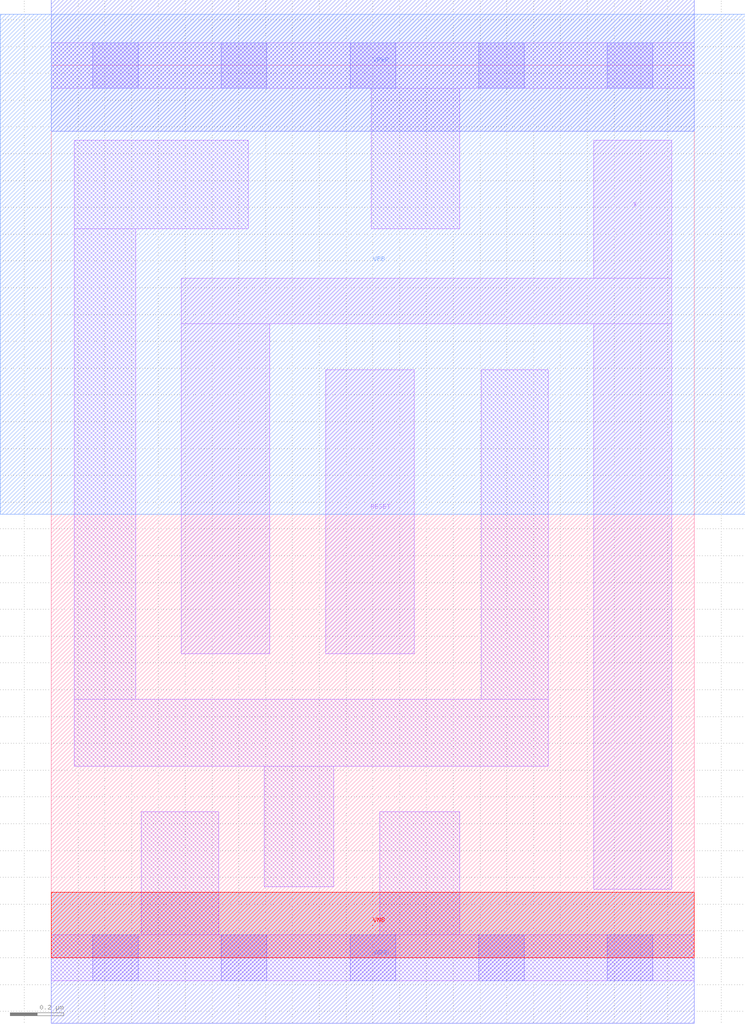
<source format=lef>
# Copyright 2020 The SkyWater PDK Authors
#
# Licensed under the Apache License, Version 2.0 (the "License");
# you may not use this file except in compliance with the License.
# You may obtain a copy of the License at
#
#     https://www.apache.org/licenses/LICENSE-2.0
#
# Unless required by applicable law or agreed to in writing, software
# distributed under the License is distributed on an "AS IS" BASIS,
# WITHOUT WARRANTIES OR CONDITIONS OF ANY KIND, either express or implied.
# See the License for the specific language governing permissions and
# limitations under the License.
#
# SPDX-License-Identifier: Apache-2.0

VERSION 5.7 ;
  NOWIREEXTENSIONATPIN ON ;
  DIVIDERCHAR "/" ;
  BUSBITCHARS "[]" ;
MACRO sky130_fd_sc_lp__bushold_1
  CLASS CORE ;
  FOREIGN sky130_fd_sc_lp__bushold_1 ;
  ORIGIN  0.000000  0.000000 ;
  SIZE  2.400000 BY  3.330000 ;
  SYMMETRY X Y ;
  SITE unit ;
  PIN RESET
    ANTENNAGATEAREA  0.126000 ;
    DIRECTION INPUT ;
    USE SIGNAL ;
    PORT
      LAYER li1 ;
        RECT 1.025000 1.135000 1.355000 2.195000 ;
    END
  END RESET
  PIN X
    ANTENNADIFFAREA  0.222600 ;
    ANTENNAGATEAREA  0.126000 ;
    DIRECTION INOUT ;
    USE SIGNAL ;
    PORT
      LAYER li1 ;
        RECT 0.485000 1.135000 0.815000 2.365000 ;
        RECT 0.485000 2.365000 2.315000 2.535000 ;
        RECT 2.025000 0.255000 2.315000 2.365000 ;
        RECT 2.025000 2.535000 2.315000 3.050000 ;
    END
  END X
  PIN VGND
    DIRECTION INOUT ;
    USE GROUND ;
    PORT
      LAYER met1 ;
        RECT 0.000000 -0.245000 2.400000 0.245000 ;
    END
  END VGND
  PIN VNB
    DIRECTION INOUT ;
    USE GROUND ;
    PORT
      LAYER pwell ;
        RECT 0.000000 0.000000 2.400000 0.245000 ;
    END
  END VNB
  PIN VPB
    DIRECTION INOUT ;
    USE POWER ;
    PORT
      LAYER nwell ;
        RECT -0.190000 1.655000 2.590000 3.520000 ;
    END
  END VPB
  PIN VPWR
    DIRECTION INOUT ;
    USE POWER ;
    PORT
      LAYER met1 ;
        RECT 0.000000 3.085000 2.400000 3.575000 ;
    END
  END VPWR
  OBS
    LAYER li1 ;
      RECT 0.000000 -0.085000 2.400000 0.085000 ;
      RECT 0.000000  3.245000 2.400000 3.415000 ;
      RECT 0.085000  0.715000 1.855000 0.965000 ;
      RECT 0.085000  0.965000 0.315000 2.720000 ;
      RECT 0.085000  2.720000 0.735000 3.050000 ;
      RECT 0.335000  0.085000 0.625000 0.545000 ;
      RECT 0.795000  0.265000 1.055000 0.715000 ;
      RECT 1.195000  2.720000 1.525000 3.245000 ;
      RECT 1.225000  0.085000 1.525000 0.545000 ;
      RECT 1.605000  0.965000 1.855000 2.195000 ;
    LAYER mcon ;
      RECT 0.155000 -0.085000 0.325000 0.085000 ;
      RECT 0.155000  3.245000 0.325000 3.415000 ;
      RECT 0.635000 -0.085000 0.805000 0.085000 ;
      RECT 0.635000  3.245000 0.805000 3.415000 ;
      RECT 1.115000 -0.085000 1.285000 0.085000 ;
      RECT 1.115000  3.245000 1.285000 3.415000 ;
      RECT 1.595000 -0.085000 1.765000 0.085000 ;
      RECT 1.595000  3.245000 1.765000 3.415000 ;
      RECT 2.075000 -0.085000 2.245000 0.085000 ;
      RECT 2.075000  3.245000 2.245000 3.415000 ;
  END
END sky130_fd_sc_lp__bushold_1
END LIBRARY

</source>
